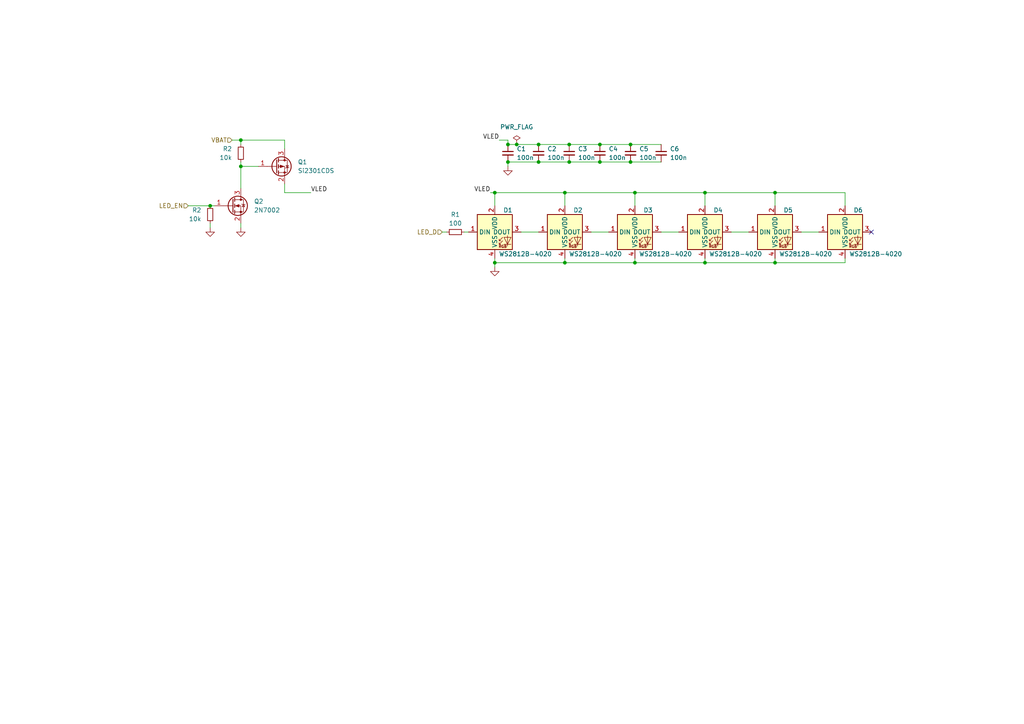
<source format=kicad_sch>
(kicad_sch (version 20230121) (generator eeschema)
  (paper "A4")
  (lib_symbols
    (symbol "Device:C_Small" (pin_numbers hide) (pin_names (offset 0.254) hide)
      (property "Reference" "C" (at 0.254 1.778 0))
      (property "Value" "C_Small" (at 0.254 -2.032 0))
      (symbol "C_Small_0_1"
        (polyline (pts (xy -1.524 -0.508) (xy 1.524 -0.508)) (stroke (width 0.3302)))
        (polyline (pts (xy -1.524 0.508) (xy 1.524 0.508)) (stroke (width 0.3048)))
      )
      (symbol "C_Small_1_1"
        (pin passive line (at 0 2.54 270) (length 2.032) (name "~") (number "1"))
        (pin passive line (at 0 -2.54 90) (length 2.032) (name "~") (number "2"))
      )
    )
    (symbol "Device:R_Small" (pin_numbers hide) (pin_names (offset 0.254) hide)
      (property "Reference" "R" (at 0.762 0.508 0))
      (property "Value" "R_Small" (at 0.762 -1.016 0))
      (symbol "R_Small_0_1"
        (rectangle (start -0.762 1.778) (end 0.762 -1.778) (stroke (width 0.2032)))
      )
      (symbol "R_Small_1_1"
        (pin passive line (at 0 2.54 270) (length 0.762) (name "~") (number "1"))
        (pin passive line (at 0 -2.54 90) (length 0.762) (name "~") (number "2"))
      )
    )
    (symbol "Transistor_FET:2N7002" (pin_names hide)
      (property "Reference" "Q" (at 5.08 1.905 0))
      (property "Value" "2N7002" (at 5.08 0 0))
      (symbol "2N7002_0_1"
        (polyline (pts (xy 0.254 0) (xy -2.54 0)))
        (polyline (pts (xy 0.254 1.905) (xy 0.254 -1.905)) (stroke (width 0.254)))
        (polyline (pts (xy 0.762 -1.27) (xy 0.762 -2.286)) (stroke (width 0.254)))
        (polyline (pts (xy 0.762 0.508) (xy 0.762 -0.508)) (stroke (width 0.254)))
        (polyline (pts (xy 0.762 2.286) (xy 0.762 1.27)) (stroke (width 0.254)))
        (polyline (pts (xy 2.54 2.54) (xy 2.54 1.778)))
        (polyline (pts (xy 2.54 -2.54) (xy 2.54 0) (xy 0.762 0)))
        (polyline (pts (xy 0.762 -1.778) (xy 3.302 -1.778) (xy 3.302 1.778) (xy 0.762 1.778)))
        (polyline (pts (xy 1.016 0) (xy 2.032 0.381) (xy 2.032 -0.381) (xy 1.016 0)) (fill (type outline)))
        (polyline (pts (xy 2.794 0.508) (xy 2.921 0.381) (xy 3.683 0.381) (xy 3.81 0.254)))
        (polyline (pts (xy 3.302 0.381) (xy 2.921 -0.254) (xy 3.683 -0.254) (xy 3.302 0.381)))
        (circle (center 1.651 0) (radius 2.794) (stroke (width 0.254)))
        (circle (center 2.54 -1.778) (radius 0.254) (fill (type outline)))
        (circle (center 2.54 1.778) (radius 0.254) (fill (type outline)))
      )
      (symbol "2N7002_1_1"
        (pin input line (at -5.08 0 0) (length 2.54) (name "G") (number "1"))
        (pin passive line (at 2.54 -5.08 90) (length 2.54) (name "S") (number "2"))
        (pin passive line (at 2.54 5.08 270) (length 2.54) (name "D") (number "3"))
      )
    )
    (symbol "Transistor_FET:Si2371EDS" (pin_names hide)
      (property "Reference" "Q" (at 5.08 1.905 0))
      (property "Value" "Si2371EDS" (at 5.08 0 0))
      (symbol "Si2371EDS_0_1"
        (polyline (pts (xy 0.254 0) (xy -2.54 0)))
        (polyline (pts (xy 0.254 1.905) (xy 0.254 -1.905)) (stroke (width 0.254)))
        (polyline (pts (xy 0.762 -1.27) (xy 0.762 -2.286)) (stroke (width 0.254)))
        (polyline (pts (xy 0.762 0.508) (xy 0.762 -0.508)) (stroke (width 0.254)))
        (polyline (pts (xy 0.762 2.286) (xy 0.762 1.27)) (stroke (width 0.254)))
        (polyline (pts (xy 2.54 2.54) (xy 2.54 1.778)))
        (polyline (pts (xy 2.54 -2.54) (xy 2.54 0) (xy 0.762 0)))
        (polyline (pts (xy 0.762 1.778) (xy 3.302 1.778) (xy 3.302 -1.778) (xy 0.762 -1.778)))
        (polyline (pts (xy 2.286 0) (xy 1.27 0.381) (xy 1.27 -0.381) (xy 2.286 0)) (fill (type outline)))
        (polyline (pts (xy 2.794 -0.508) (xy 2.921 -0.381) (xy 3.683 -0.381) (xy 3.81 -0.254)))
        (polyline (pts (xy 3.302 -0.381) (xy 2.921 0.254) (xy 3.683 0.254) (xy 3.302 -0.381)))
        (circle (center 1.651 0) (radius 2.794) (stroke (width 0.254)))
        (circle (center 2.54 -1.778) (radius 0.254) (fill (type outline)))
        (circle (center 2.54 1.778) (radius 0.254) (fill (type outline)))
      )
      (symbol "Si2371EDS_1_1"
        (pin input line (at -5.08 0 0) (length 2.54) (name "G") (number "1"))
        (pin passive line (at 2.54 -5.08 90) (length 2.54) (name "S") (number "2"))
        (pin passive line (at 2.54 5.08 270) (length 2.54) (name "D") (number "3"))
      )
    )
    (symbol "WS2812B-4020:WS2812B-4020"
      (property "Reference" "D" (at 3.81 6.35 0))
      (property "Value" "WS2812B-4020" (at 8.89 -6.35 0))
      (symbol "WS2812B-4020_0_0"
        (text "RGB" (at 2.286 -4.191 0) (effects (font (size 0.762 0.762))))
      )
      (symbol "WS2812B-4020_0_1"
        (polyline (pts (xy 1.27 -3.556) (xy 1.778 -3.556)))
        (polyline (pts (xy 1.27 -2.54) (xy 1.778 -2.54)))
        (polyline (pts (xy 4.699 -3.556) (xy 2.667 -3.556)))
        (polyline (pts (xy 2.286 -2.54) (xy 1.27 -3.556) (xy 1.27 -3.048)))
        (polyline (pts (xy 2.286 -1.524) (xy 1.27 -2.54) (xy 1.27 -2.032)))
        (polyline (pts (xy 3.683 -1.016) (xy 3.683 -3.556) (xy 3.683 -4.064)))
        (polyline (pts (xy 4.699 -1.524) (xy 2.667 -1.524) (xy 3.683 -3.556) (xy 4.699 -1.524)))
        (rectangle (start 5.08 5.08) (end -5.08 -5.08) (stroke (width 0.254)) (fill (type background)))
      )
      (symbol "WS2812B-4020_1_1"
        (pin input line (at -7.62 0 0) (length 2.54) (name "DIN") (number "1"))
        (pin power_in line (at 0 7.62 270) (length 2.54) (name "VDD") (number "2"))
        (pin output line (at 7.62 0 180) (length 2.54) (name "DOUT") (number "3"))
        (pin power_in line (at 0 -7.62 90) (length 2.54) (name "VSS") (number "4"))
      )
    )
    (symbol "power:GND" (power) (pin_names (offset 0))
      (property "Value" "GND" (at 0 -3.81 0))
      (symbol "GND_0_1"
        (polyline (pts (xy 0 0) (xy 0 -1.27) (xy 1.27 -1.27) (xy 0 -2.54) (xy -1.27 -1.27) (xy 0 -1.27)))
      )
      (symbol "GND_1_1"
        (pin power_in line (at 0 0 270) (length 0) hide (name "GND") (number "1"))
      )
    )
    (symbol "power:PWR_FLAG" (power) (pin_numbers hide) (pin_names (offset 0) hide)
      (property "Value" "PWR_FLAG" (at 0 3.81 0))
      (symbol "PWR_FLAG_0_0"
        (pin power_out line (at 0 0 90) (length 0) (name "pwr") (number "1"))
      )
      (symbol "PWR_FLAG_0_1"
        (polyline (pts (xy 0 0) (xy 0 1.27) (xy -1.016 1.905) (xy 0 2.54) (xy 1.016 1.905) (xy 0 1.27)))
      )
    )
  )
  (junction (at 147.32 41.91))
  (junction (at 69.85 40.64))
  (junction (at 182.88 41.91))
  (junction (at 165.1 41.91))
  (junction (at 204.47 55.88))
  (junction (at 173.99 46.99))
  (junction (at 163.83 76.2))
  (junction (at 184.15 55.88))
  (junction (at 156.21 46.99))
  (junction (at 163.83 55.88))
  (junction (at 184.15 76.2))
  (junction (at 60.96 59.69))
  (junction (at 143.51 55.88))
  (junction (at 224.79 55.88))
  (junction (at 69.85 48.26))
  (junction (at 149.86 41.91))
  (junction (at 156.21 41.91))
  (junction (at 165.1 46.99))
  (junction (at 182.88 46.99))
  (junction (at 224.79 76.2))
  (junction (at 147.32 46.99))
  (junction (at 143.51 76.2))
  (junction (at 204.47 76.2))
  (junction (at 173.99 41.91))
  (no_connect (at 252.73 67.31))
  (wire (pts (xy 191.77 67.31) (xy 196.85 67.31)))
  (wire (pts (xy 224.79 59.69) (xy 224.79 55.88)))
  (wire (pts (xy 156.21 46.99) (xy 165.1 46.99)))
  (wire (pts (xy 224.79 76.2) (xy 245.11 76.2)))
  (wire (pts (xy 147.32 41.91) (xy 149.86 41.91)))
  (wire (pts (xy 147.32 40.64) (xy 147.32 41.91)))
  (wire (pts (xy 142.24 55.88) (xy 143.51 55.88)))
  (wire (pts (xy 245.11 55.88) (xy 224.79 55.88)))
  (wire (pts (xy 173.99 41.91) (xy 182.88 41.91)))
  (wire (pts (xy 69.85 40.64) (xy 82.55 40.64)))
  (wire (pts (xy 173.99 46.99) (xy 182.88 46.99)))
  (wire (pts (xy 67.31 40.64) (xy 69.85 40.64)))
  (wire (pts (xy 134.62 67.31) (xy 135.89 67.31)))
  (wire (pts (xy 143.51 76.2) (xy 163.83 76.2)))
  (wire (pts (xy 184.15 74.93) (xy 184.15 76.2)))
  (wire (pts (xy 184.15 59.69) (xy 184.15 55.88)))
  (wire (pts (xy 204.47 74.93) (xy 204.47 76.2)))
  (wire (pts (xy 204.47 76.2) (xy 224.79 76.2)))
  (wire (pts (xy 171.45 67.31) (xy 176.53 67.31)))
  (wire (pts (xy 82.55 40.64) (xy 82.55 43.18)))
  (wire (pts (xy 144.78 40.64) (xy 147.32 40.64)))
  (wire (pts (xy 182.88 41.91) (xy 191.77 41.91)))
  (wire (pts (xy 163.83 74.93) (xy 163.83 76.2)))
  (wire (pts (xy 143.51 76.2) (xy 143.51 74.93)))
  (wire (pts (xy 69.85 40.64) (xy 69.85 41.91)))
  (wire (pts (xy 156.21 41.91) (xy 165.1 41.91)))
  (wire (pts (xy 69.85 48.26) (xy 69.85 46.99)))
  (wire (pts (xy 224.79 74.93) (xy 224.79 76.2)))
  (wire (pts (xy 147.32 46.99) (xy 156.21 46.99)))
  (wire (pts (xy 147.32 46.99) (xy 147.32 48.26)))
  (wire (pts (xy 54.61 59.69) (xy 60.96 59.69)))
  (wire (pts (xy 245.11 74.93) (xy 245.11 76.2)))
  (wire (pts (xy 163.83 55.88) (xy 143.51 55.88)))
  (wire (pts (xy 184.15 76.2) (xy 204.47 76.2)))
  (wire (pts (xy 69.85 48.26) (xy 74.93 48.26)))
  (wire (pts (xy 163.83 59.69) (xy 163.83 55.88)))
  (wire (pts (xy 232.41 67.31) (xy 237.49 67.31)))
  (wire (pts (xy 163.83 76.2) (xy 184.15 76.2)))
  (wire (pts (xy 60.96 64.77) (xy 60.96 66.04)))
  (wire (pts (xy 82.55 53.34) (xy 82.55 55.88)))
  (wire (pts (xy 165.1 41.91) (xy 173.99 41.91)))
  (wire (pts (xy 224.79 55.88) (xy 204.47 55.88)))
  (wire (pts (xy 212.09 67.31) (xy 217.17 67.31)))
  (wire (pts (xy 60.96 59.69) (xy 62.23 59.69)))
  (wire (pts (xy 184.15 55.88) (xy 163.83 55.88)))
  (wire (pts (xy 204.47 59.69) (xy 204.47 55.88)))
  (wire (pts (xy 182.88 46.99) (xy 191.77 46.99)))
  (wire (pts (xy 151.13 67.31) (xy 156.21 67.31)))
  (wire (pts (xy 82.55 55.88) (xy 90.17 55.88)))
  (wire (pts (xy 204.47 55.88) (xy 184.15 55.88)))
  (wire (pts (xy 128.27 67.31) (xy 129.54 67.31)))
  (wire (pts (xy 149.86 41.91) (xy 156.21 41.91)))
  (wire (pts (xy 69.85 48.26) (xy 69.85 54.61)))
  (wire (pts (xy 165.1 46.99) (xy 173.99 46.99)))
  (wire (pts (xy 143.51 77.47) (xy 143.51 76.2)))
  (wire (pts (xy 245.11 59.69) (xy 245.11 55.88)))
  (wire (pts (xy 69.85 64.77) (xy 69.85 66.04)))
  (wire (pts (xy 143.51 55.88) (xy 143.51 59.69)))
  (label "VLED" (at 142.24 55.88 180))
  (label "VLED" (at 144.78 40.64 180))
  (label "VLED" (at 90.17 55.88 0))
  (hierarchical_label "LED_D" (shape input) (at 128.27 67.31 180))
  (hierarchical_label "LED_EN" (shape input) (at 54.61 59.69 180))
  (hierarchical_label "VBAT" (shape input) (at 67.31 40.64 180))
  (symbol (lib_id "WS2812B-4020:WS2812B-4020") (at 245.11 67.31 0) (unit 1)
    (property "Reference" "D6" (at 248.92 60.96 0))
    (property "Value" "WS2812B-4020" (at 254 73.66 0))
    (property "Footprint" "WS2812B-4020:WS2812B-4020" (effects hide))
  )
  (symbol (lib_id "Device:C_Small") (at 147.32 44.45 0) (unit 1)
    (property "Reference" "C1" (at 149.86 43.1863 0) (effects (justify left)))
    (property "Value" "100n" (at 149.86 45.7263 0) (effects (justify left)))
    (property "Footprint" "Capacitor_SMD:C_0402_1005Metric" (effects hide))
  )
  (symbol (lib_id "Device:C_Small") (at 165.1 44.45 0) (unit 1)
    (property "Reference" "C3" (at 167.64 43.1863 0) (effects (justify left)))
    (property "Value" "100n" (at 167.64 45.7263 0) (effects (justify left)))
    (property "Footprint" "Capacitor_SMD:C_0402_1005Metric" (effects hide))
  )
  (symbol (lib_id "power:GND") (at 143.51 77.47 0) (unit 1)
    (property "Reference" "#PWR05" (effects hide))
    (property "Value" "GND" (effects hide))
    (instances (project "pcb" (path "" (reference "#PWR05") (unit 1)) (path "" (reference "#PWR06") (unit 1))))
  )
  (symbol (lib_id "power:PWR_FLAG") (at 149.86 41.91 0) (unit 1)
    (property "Reference" "#FLG02" (effects hide))
    (property "Value" "PWR_FLAG" (at 149.86 36.83 0))
  )
  (symbol (lib_id "WS2812B-4020:WS2812B-4020") (at 163.83 67.31 0) (unit 1)
    (property "Reference" "D2" (at 167.64 60.96 0))
    (property "Value" "WS2812B-4020" (at 172.72 73.66 0))
    (property "Footprint" "WS2812B-4020:WS2812B-4020" (effects hide))
  )
  (symbol (lib_id "Device:C_Small") (at 191.77 44.45 0) (unit 1)
    (property "Reference" "C6" (at 194.31 43.1863 0) (effects (justify left)))
    (property "Value" "100n" (at 194.31 45.7263 0) (effects (justify left)))
    (property "Footprint" "Capacitor_SMD:C_0402_1005Metric" (effects hide))
  )
  (symbol (lib_id "Device:R_Small") (at 132.08 67.31 90) (unit 1)
    (property "Reference" "R1" (at 132.08 62.23 90))
    (property "Value" "100" (at 132.08 64.77 90))
    (property "Footprint" "Capacitor_SMD:C_0402_1005Metric" (effects hide))
    (instances (project "pcb" (path "" (reference "R1") (unit 1)) (path "" (reference "R4") (unit 1))))
  )
  (symbol (lib_id "Transistor_FET:Si2371EDS") (at 80.01 48.26 0) (unit 1)
    (property "Reference" "Q1" (at 86.36 46.99 0) (effects (justify left)))
    (property "Value" "Si2301CDS" (at 86.36 49.53 0) (effects (justify left)))
    (property "Footprint" "Package_TO_SOT_SMD:SOT-23" (effects hide))
    (property "Datasheet" "http://www.vishay.com/docs/63924/si2371eds.pdf" (effects hide))
    (instances (project "pcb" (path "" (reference "Q1") (unit 1)) (path "" (reference "Q2") (unit 1))))
  )
  (symbol (lib_id "Transistor_FET:2N7002") (at 67.31 59.69 0) (unit 1)
    (property "Reference" "Q2" (at 73.66 58.42 0) (effects (justify left)))
    (property "Value" "2N7002" (at 73.66 60.96 0) (effects (justify left)))
    (property "Footprint" "Package_TO_SOT_SMD:SOT-23" (effects hide))
    (property "Datasheet" "https://www.onsemi.com/pub/Collateral/NDS7002A-D.PDF" (effects hide))
    (instances (project "pcb" (path "" (reference "Q2") (unit 1)) (path "" (reference "Q1") (unit 1))))
  )
  (symbol (lib_id "Device:C_Small") (at 182.88 44.45 0) (unit 1)
    (property "Reference" "C5" (at 185.42 43.1863 0) (effects (justify left)))
    (property "Value" "100n" (at 185.42 45.7263 0) (effects (justify left)))
    (property "Footprint" "Capacitor_SMD:C_0402_1005Metric" (effects hide))
  )
  (symbol (lib_id "WS2812B-4020:WS2812B-4020") (at 184.15 67.31 0) (unit 1)
    (property "Reference" "D3" (at 187.96 60.96 0))
    (property "Value" "WS2812B-4020" (at 193.04 73.66 0))
    (property "Footprint" "WS2812B-4020:WS2812B-4020" (effects hide))
  )
  (symbol (lib_id "Device:R_Small") (at 69.85 44.45 0) (unit 1)
    (property "Reference" "R2" (at 67.31 43.18 0) (effects (justify right)))
    (property "Value" "10k" (at 67.31 45.72 0) (effects (justify right)))
    (property "Footprint" "Capacitor_SMD:C_0402_1005Metric" (effects hide))
  )
  (symbol (lib_id "power:GND") (at 147.32 48.26 0) (unit 1)
    (property "Reference" "#PWR06" (effects hide))
    (property "Value" "GND" (effects hide))
    (instances (project "pcb" (path "" (reference "#PWR06") (unit 1)) (path "" (reference "#PWR011") (unit 1))))
  )
  (symbol (lib_id "WS2812B-4020:WS2812B-4020") (at 224.79 67.31 0) (unit 1)
    (property "Reference" "D5" (at 228.6 60.96 0))
    (property "Value" "WS2812B-4020" (at 233.68 73.66 0))
    (property "Footprint" "WS2812B-4020:WS2812B-4020" (effects hide))
  )
  (symbol (lib_id "Device:C_Small") (at 156.21 44.45 0) (unit 1)
    (property "Reference" "C2" (at 158.75 43.1863 0) (effects (justify left)))
    (property "Value" "100n" (at 158.75 45.7263 0) (effects (justify left)))
    (property "Footprint" "Capacitor_SMD:C_0402_1005Metric" (effects hide))
  )
  (symbol (lib_id "WS2812B-4020:WS2812B-4020") (at 143.51 67.31 0) (unit 1)
    (property "Reference" "D1" (at 147.32 60.96 0))
    (property "Value" "WS2812B-4020" (at 152.4 73.66 0))
    (property "Footprint" "WS2812B-4020:WS2812B-4020" (effects hide))
  )
  (symbol (lib_id "Device:C_Small") (at 173.99 44.45 0) (unit 1)
    (property "Reference" "C4" (at 176.53 43.1863 0) (effects (justify left)))
    (property "Value" "100n" (at 176.53 45.7263 0) (effects (justify left)))
    (property "Footprint" "Capacitor_SMD:C_0402_1005Metric" (effects hide))
  )
  (symbol (lib_id "WS2812B-4020:WS2812B-4020") (at 204.47 67.31 0) (unit 1)
    (property "Reference" "D4" (at 208.28 60.96 0))
    (property "Value" "WS2812B-4020" (at 213.36 73.66 0))
    (property "Footprint" "WS2812B-4020:WS2812B-4020" (effects hide))
  )
  (symbol (lib_id "Device:R_Small") (at 60.96 62.23 0) (unit 1)
    (property "Reference" "R2" (at 58.42 60.96 0) (effects (justify right)))
    (property "Value" "10k" (at 58.42 63.5 0) (effects (justify right)))
    (property "Footprint" "Capacitor_SMD:C_0402_1005Metric" (effects hide))
    (instances (project "pcb" (path "" (reference "R2") (unit 1)) (path "" (reference "R1") (unit 1))))
  )
  (symbol (lib_id "power:GND") (at 69.85 66.04 0) (unit 1)
    (property "Reference" "#PWR011" (effects hide))
    (property "Value" "GND" (effects hide))
    (instances (project "pcb" (path "" (reference "#PWR011") (unit 1)) (path "" (reference "#PWR05") (unit 1))))
  )
  (symbol (lib_id "power:GND") (at 60.96 66.04 0) (unit 1)
    (property "Reference" "#PWR011" (effects hide))
    (property "Value" "GND" (effects hide))
    (instances (project "pcb" (path "" (reference "#PWR011") (unit 1)) (path "" (reference "#PWR020") (unit 1))))
  )
)
</source>
